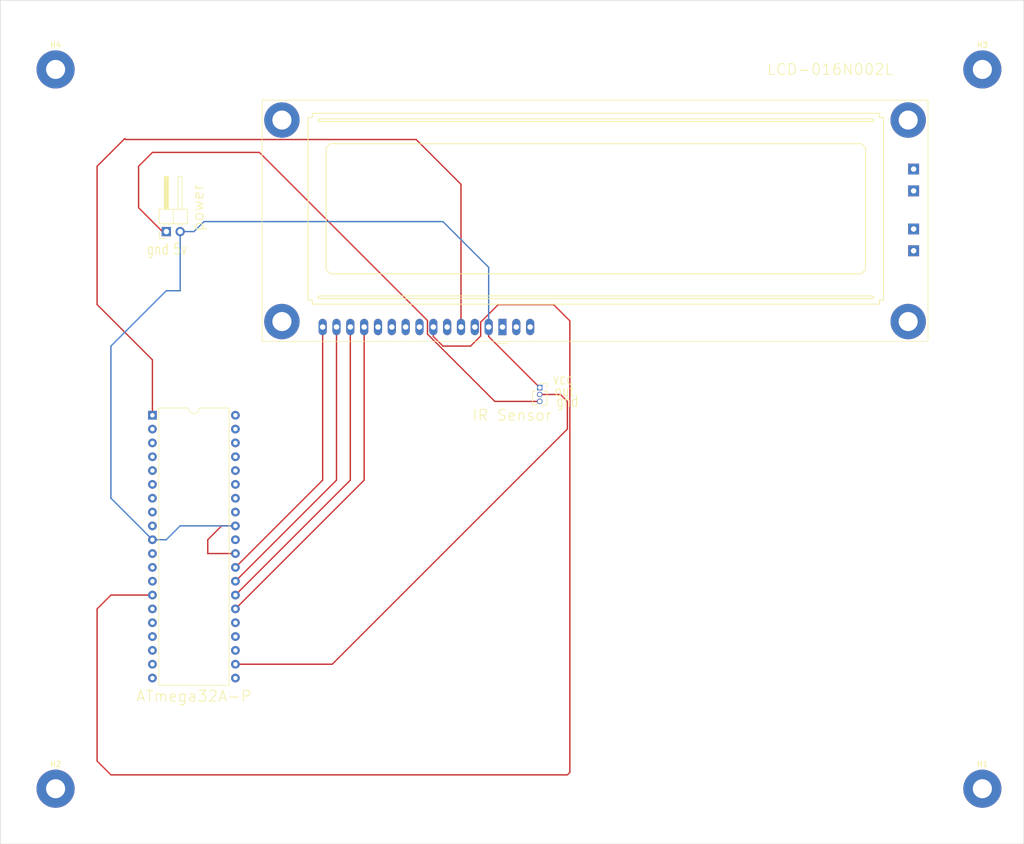
<source format=kicad_pcb>
(kicad_pcb (version 20211014) (generator pcbnew)
  (layers (0 "F.Cu" signal) (31 "B.Cu" signal) (34 "B.Paste" user) (35 "F.Paste" user) (36 "B.SilkS" user "B.Silkscreen") (37 "F.SilkS" user "F.Silkscreen") (38 "B.Mask" user) (39 "F.Mask" user) (44 "Edge.Cuts" user))
  (net 0 "")
  (net 1 "Net-(J1-Pad1)")
  (net 2 "Net-(J1-Pad2)")
  (net 3 "Net-(J2-Pad2)")
  (net 4 "Net-(U1-Pad1)")
  (net 13 "Net-(U1-Pad11)")
  (net 16 "Net-(U1-Pad14)")
  (net 27 "Net-(U1-Pad26)")
  (net 28 "Net-(U1-Pad27)")
  (net 29 "Net-(U1-Pad28)")
  (net 30 "Net-(U1-Pad29)")
  (net 39 "Net-(U2-Pad1)")
  (footprint "MountingHole:MountingHole_3.5mm_Pad" (layer "F.Cu") (at 50.8 172.72)
    (fp_text reference "H2" (at 0 -4.5) (layer "F.SilkS"))
    (fp_text value "MountingHole")
    (pad "1" thru_hole circle (at 0 0) (size 7 7) (drill 3.5) (layers *.Cu *.Mask))
  )
  (footprint "Connector_PinSocket_1.27mm:PinSocket_1x03_P1.27mm_Vertical" (layer "F.Cu") (at 139.7 99.06)
    (fp_text reference "J2")
    (fp_text value "IR Sensor" (at -5.08 5.08) (layer "F.SilkS") (effects (font (size 2 2))))
    (fp_line (start -1.33 0.635) (end -1.33 3.235) (layer "F.SilkS") (width 0.12))
    (fp_line (start 1.33 -0.76) (end 1.33 0) (layer "F.SilkS") (width 0.12))
    (fp_line (start 0 -0.76) (end 1.33 -0.76) (layer "F.SilkS") (width 0.12))
    (fp_line (start -1.33 0.635) (end -0.76 0.635) (layer "F.SilkS") (width 0.12))
    (fp_line (start 0.76 0.635) (end 1.33 0.635) (layer "F.SilkS") (width 0.12))
    (fp_line (start 1.33 0.635) (end 1.33 3.235) (layer "F.SilkS") (width 0.12))
    (fp_line (start 0.30753 3.235) (end 1.33 3.235) (layer "F.SilkS") (width 0.12))
    (fp_line (start -1.33 3.235) (end -0.30753 3.235) (layer "F.SilkS") (width 0.12))
    (pad "1" thru_hole rect (at 0 0) (size 1 1) (drill 0.7) (layers *.Cu *.Mask) (net 2 "Net-(J1-Pad2)"))
    (pad "2" thru_hole oval (at 0 1.27) (size 1 1) (drill 0.7) (layers *.Cu *.Mask) (net 3 "Net-(J2-Pad2)"))
    (pad "3" thru_hole oval (at 0 2.54) (size 1 1) (drill 0.7) (layers *.Cu *.Mask) (net 1 "Net-(J1-Pad1)"))
  )
  (footprint "Package_DIP:DIP-40_W15.24mm" (layer "F.Cu") (at 68.58 104.14)
    (fp_text reference "U1")
    (fp_text value "ATmega32A-P" (at 7.62 51.59) (layer "F.SilkS") (effects (font (size 2 2))))
    (fp_line (start 1.16 -1.33) (end 1.16 49.59) (layer "F.SilkS") (width 0.12))
    (fp_line (start 14.08 -1.33) (end 8.62 -1.33) (layer "F.SilkS") (width 0.12))
    (fp_line (start 14.08 49.59) (end 14.08 -1.33) (layer "F.SilkS") (width 0.12))
    (fp_line (start 6.62 -1.33) (end 1.16 -1.33) (layer "F.SilkS") (width 0.12))
    (fp_line (start 1.16 49.59) (end 14.08 49.59) (layer "F.SilkS") (width 0.12))
    (fp_arc (start 8.62 -1.33) (mid 7.62 -0.33) (end 6.62 -1.33) (layer "F.SilkS") (width 0.12))
    (pad "1" thru_hole rect (at 0 0) (size 1.6 1.6) (drill 0.8) (layers *.Cu *.Mask) (net 4 "Net-(U1-Pad1)"))
    (pad "2" thru_hole oval (at 0 2.54) (size 1.6 1.6) (drill 0.8) (layers *.Cu *.Mask))
    (pad "3" thru_hole oval (at 0 5.08) (size 1.6 1.6) (drill 0.8) (layers *.Cu *.Mask))
    (pad "4" thru_hole oval (at 0 7.62) (size 1.6 1.6) (drill 0.8) (layers *.Cu *.Mask))
    (pad "5" thru_hole oval (at 0 10.16) (size 1.6 1.6) (drill 0.8) (layers *.Cu *.Mask))
    (pad "6" thru_hole oval (at 0 12.7) (size 1.6 1.6) (drill 0.8) (layers *.Cu *.Mask))
    (pad "7" thru_hole oval (at 0 15.24) (size 1.6 1.6) (drill 0.8) (layers *.Cu *.Mask))
    (pad "8" thru_hole oval (at 0 17.78) (size 1.6 1.6) (drill 0.8) (layers *.Cu *.Mask))
    (pad "9" thru_hole oval (at 0 20.32) (size 1.6 1.6) (drill 0.8) (layers *.Cu *.Mask))
    (pad "10" thru_hole oval (at 0 22.86) (size 1.6 1.6) (drill 0.8) (layers *.Cu *.Mask) (net 2 "Net-(J1-Pad2)"))
    (pad "11" thru_hole oval (at 0 25.4) (size 1.6 1.6) (drill 0.8) (layers *.Cu *.Mask) (net 13 "Net-(U1-Pad11)"))
    (pad "12" thru_hole oval (at 0 27.94) (size 1.6 1.6) (drill 0.8) (layers *.Cu *.Mask))
    (pad "13" thru_hole oval (at 0 30.48) (size 1.6 1.6) (drill 0.8) (layers *.Cu *.Mask))
    (pad "14" thru_hole oval (at 0 33.02) (size 1.6 1.6) (drill 0.8) (layers *.Cu *.Mask) (net 16 "Net-(U1-Pad14)"))
    (pad "15" thru_hole oval (at 0 35.56) (size 1.6 1.6) (drill 0.8) (layers *.Cu *.Mask))
    (pad "16" thru_hole oval (at 0 38.1) (size 1.6 1.6) (drill 0.8) (layers *.Cu *.Mask))
    (pad "17" thru_hole oval (at 0 40.64) (size 1.6 1.6) (drill 0.8) (layers *.Cu *.Mask))
    (pad "18" thru_hole oval (at 0 43.18) (size 1.6 1.6) (drill 0.8) (layers *.Cu *.Mask))
    (pad "19" thru_hole oval (at 0 45.72) (size 1.6 1.6) (drill 0.8) (layers *.Cu *.Mask))
    (pad "20" thru_hole oval (at 0 48.26) (size 1.6 1.6) (drill 0.8) (layers *.Cu *.Mask))
    (pad "21" thru_hole oval (at 15.24 48.26) (size 1.6 1.6) (drill 0.8) (layers *.Cu *.Mask))
    (pad "22" thru_hole oval (at 15.24 45.72) (size 1.6 1.6) (drill 0.8) (layers *.Cu *.Mask) (net 3 "Net-(J2-Pad2)"))
    (pad "23" thru_hole oval (at 15.24 43.18) (size 1.6 1.6) (drill 0.8) (layers *.Cu *.Mask))
    (pad "24" thru_hole oval (at 15.24 40.64) (size 1.6 1.6) (drill 0.8) (layers *.Cu *.Mask))
    (pad "25" thru_hole oval (at 15.24 38.1) (size 1.6 1.6) (drill 0.8) (layers *.Cu *.Mask))
    (pad "26" thru_hole oval (at 15.24 35.56) (size 1.6 1.6) (drill 0.8) (layers *.Cu *.Mask) (net 27 "Net-(U1-Pad26)"))
    (pad "27" thru_hole oval (at 15.24 33.02) (size 1.6 1.6) (drill 0.8) (layers *.Cu *.Mask) (net 28 "Net-(U1-Pad27)"))
    (pad "28" thru_hole oval (at 15.24 30.48) (size 1.6 1.6) (drill 0.8) (layers *.Cu *.Mask) (net 29 "Net-(U1-Pad28)"))
    (pad "29" thru_hole oval (at 15.24 27.94) (size 1.6 1.6) (drill 0.8) (layers *.Cu *.Mask) (net 30 "Net-(U1-Pad29)"))
    (pad "30" thru_hole oval (at 15.24 25.4) (size 1.6 1.6) (drill 0.8) (layers *.Cu *.Mask) (net 2 "Net-(J1-Pad2)"))
    (pad "31" thru_hole oval (at 15.24 22.86) (size 1.6 1.6) (drill 0.8) (layers *.Cu *.Mask) (net 13 "Net-(U1-Pad11)"))
    (pad "32" thru_hole oval (at 15.24 20.32) (size 1.6 1.6) (drill 0.8) (layers *.Cu *.Mask) (net 2 "Net-(J1-Pad2)"))
    (pad "33" thru_hole oval (at 15.24 17.78) (size 1.6 1.6) (drill 0.8) (layers *.Cu *.Mask))
    (pad "34" thru_hole oval (at 15.24 15.24) (size 1.6 1.6) (drill 0.8) (layers *.Cu *.Mask))
    (pad "35" thru_hole oval (at 15.24 12.7) (size 1.6 1.6) (drill 0.8) (layers *.Cu *.Mask))
    (pad "36" thru_hole oval (at 15.24 10.16) (size 1.6 1.6) (drill 0.8) (layers *.Cu *.Mask))
    (pad "37" thru_hole oval (at 15.24 7.62) (size 1.6 1.6) (drill 0.8) (layers *.Cu *.Mask))
    (pad "38" thru_hole oval (at 15.24 5.08) (size 1.6 1.6) (drill 0.8) (layers *.Cu *.Mask))
    (pad "39" thru_hole oval (at 15.24 2.54) (size 1.6 1.6) (drill 0.8) (layers *.Cu *.Mask))
    (pad "40" thru_hole oval (at 15.24 0) (size 1.6 1.6) (drill 0.8) (layers *.Cu *.Mask))
  )
  (footprint "MountingHole:MountingHole_3.5mm_Pad" (layer "F.Cu") (at 50.8 40.64)
    (fp_text reference "H4" (at 0 -4.5) (layer "F.SilkS"))
    (fp_text value "MountingHole")
    (pad "1" thru_hole circle (at 0 0) (size 7 7) (drill 3.5) (layers *.Cu *.Mask))
  )
  (footprint "MountingHole:MountingHole_3.5mm_Pad" (layer "F.Cu") (at 220.98 172.72)
    (fp_text reference "H1" (at 0 -4.5) (layer "F.SilkS"))
    (fp_text value "MountingHole")
    (pad "1" thru_hole circle (at 0 0) (size 7 7) (drill 3.5) (layers *.Cu *.Mask))
  )
  (footprint "MountingHole:MountingHole_3.5mm_Pad" (layer "F.Cu") (at 220.98 40.64)
    (fp_text reference "H3" (at 0 -4.5) (layer "F.SilkS"))
    (fp_text value "MountingHole")
    (pad "1" thru_hole circle (at 0 0) (size 7 7) (drill 3.5) (layers *.Cu *.Mask))
  )
  (footprint "Connector_PinHeader_2.54mm:PinHeader_1x02_P2.54mm_Horizontal" (layer "F.Cu") (at 71.135 70.415 90)
    (fp_text reference "J1")
    (fp_text value "power" (at 4.385 5.81 90) (layer "F.SilkS") (effects (font (size 2 2))))
    (fp_line (start 4.1 -1.33) (end 1.44 -1.33) (layer "F.SilkS") (width 0.12))
    (fp_line (start 10.1 0.38) (end 4.1 0.38) (layer "F.SilkS") (width 0.12))
    (fp_line (start 10.1 2.92) (end 4.1 2.92) (layer "F.SilkS") (width 0.12))
    (fp_line (start 10.1 2.16) (end 10.1 2.92) (layer "F.SilkS") (width 0.12))
    (fp_line (start 4.1 -0.2) (end 10.1 -0.2) (layer "F.SilkS") (width 0.12))
    (fp_line (start 1.44 -1.33) (end 1.44 3.87) (layer "F.SilkS") (width 0.12))
    (fp_line (start 10.1 -0.38) (end 10.1 0.38) (layer "F.SilkS") (width 0.12))
    (fp_line (start 4.1 3.87) (end 4.1 -1.33) (layer "F.SilkS") (width 0.12))
    (fp_line (start 4.1 0.16) (end 10.1 0.16) (layer "F.SilkS") (width 0.12))
    (fp_line (start 1.11 -0.38) (end 1.44 -0.38) (layer "F.SilkS") (width 0.12))
    (fp_line (start 4.1 0.04) (end 10.1 0.04) (layer "F.SilkS") (width 0.12))
    (fp_line (start 1.44 1.27) (end 4.1 1.27) (layer "F.SilkS") (width 0.12))
    (fp_line (start 1.44 3.87) (end 4.1 3.87) (layer "F.SilkS") (width 0.12))
    (fp_line (start 4.1 -0.32) (end 10.1 -0.32) (layer "F.SilkS") (width 0.12))
    (fp_line (start 1.042929 2.92) (end 1.44 2.92) (layer "F.SilkS") (width 0.12))
    (fp_line (start 4.1 2.16) (end 10.1 2.16) (layer "F.SilkS") (width 0.12))
    (fp_line (start 4.1 0.28) (end 10.1 0.28) (layer "F.SilkS") (width 0.12))
    (fp_line (start -1.27 -1.27) (end 0 -1.27) (layer "F.SilkS") (width 0.12))
    (fp_line (start 1.042929 2.16) (end 1.44 2.16) (layer "F.SilkS") (width 0.12))
    (fp_line (start 1.11 0.38) (end 1.44 0.38) (layer "F.SilkS") (width 0.12))
    (fp_line (start 4.1 -0.38) (end 10.1 -0.38) (layer "F.SilkS") (width 0.12))
    (fp_line (start 4.1 -0.08) (end 10.1 -0.08) (layer "F.SilkS") (width 0.12))
    (fp_line (start -1.27 0) (end -1.27 -1.27) (layer "F.SilkS") (width 0.12))
    (pad "1" thru_hole rect (at 0 0 90) (size 1.7 1.7) (drill 1) (layers *.Cu *.Mask) (net 1 "Net-(J1-Pad1)"))
    (pad "2" thru_hole oval (at 0 2.54 90) (size 1.7 1.7) (drill 1) (layers *.Cu *.Mask) (net 2 "Net-(J1-Pad2)"))
  )
  (footprint "Display:LCD-016N002L" (layer "F.Cu") (at 132.86 87.9375 180)
    (fp_text reference "U2")
    (fp_text value "LCD-016N002L" (at -60.18 47.2975) (layer "F.SilkS") (effects (font (size 2 2))))
    (fp_line (start -66.675 32.893) (end -66.675 10.541) (layer "F.SilkS") (width 0.15))
    (fp_line (start -69.215 39.243) (end 34.925 39.243) (layer "F.SilkS") (width 0.15))
    (fp_line (start 31.623 9.779) (end 32.385 10.541) (layer "F.SilkS") (width 0.15))
    (fp_line (start 33.909 37.973) (end 33.655 37.719) (layer "F.SilkS") (width 0.15))
    (fp_line (start -67.945 5.207) (end -68.199 5.461) (layer "F.SilkS") (width 0.15))
    (fp_line (start 32.385 32.893) (end 31.623 33.655) (layer "F.SilkS") (width 0.15))
    (fp_line (start -65.913 9.779) (end 31.623 9.779) (layer "F.SilkS") (width 0.15))
    (fp_line (start -69.215 4.953) (end -69.977 4.953) (layer "F.SilkS") (width 0.15))
    (fp_line (start 31.623 33.655) (end -65.913 33.655) (layer "F.SilkS") (width 0.15))
    (fp_line (start 33.655 5.207) (end -67.945 5.207) (layer "F.SilkS") (width 0.15))
    (fp_line (start 35.687 38.481) (end 35.687 4.953) (layer "F.SilkS") (width 0.15))
    (fp_line (start 34.925 4.191) (end 34.925 4.953) (layer "F.SilkS") (width 0.15))
    (fp_line (start -1 -3) (end 1 -3) (layer "F.SilkS") (width 0.12))
    (fp_line (start -67.945 38.227) (end 33.655 38.227) (layer "F.SilkS") (width 0.15))
    (fp_line (start -69.977 4.953) (end -69.977 38.481) (layer "F.SilkS") (width 0.15))
    (fp_line (start 33.909 5.461) (end 33.655 5.715) (layer "F.SilkS") (width 0.15))
    (fp_line (start 32.385 10.541) (end 32.385 32.893) (layer "F.SilkS") (width 0.15))
    (fp_line (start -68.199 37.973) (end -67.945 38.227) (layer "F.SilkS") (width 0.15))
    (fp_line (start -68.199 5.461) (end -67.945 5.715) (layer "F.SilkS") (width 0.15))
    (fp_line (start 44.14 -2.64) (end -78.14 -2.64) (layer "F.SilkS") (width 0.12))
    (fp_line (start -69.215 38.481) (end -69.977 38.481) (layer "F.SilkS") (width 0.15))
    (fp_line (start 34.925 4.953) (end 35.687 4.953) (layer "F.SilkS") (width 0.15))
    (fp_line (start 35.687 38.481) (end 34.925 38.481) (layer "F.SilkS") (width 0.15))
    (fp_line (start -78.14 41.64) (end 44.14 41.64) (layer "F.SilkS") (width 0.12))
    (fp_line (start -67.945 37.719) (end -68.199 37.973) (layer "F.SilkS") (width 0.15))
    (fp_line (start 44.14 -2.64) (end 44.14 41.64) (layer "F.SilkS") (width 0.12))
    (fp_line (start -66.675 10.541) (end -65.913 9.779) (layer "F.SilkS") (width 0.15))
    (fp_line (start 33.655 38.227) (end 33.909 37.973) (layer "F.SilkS") (width 0.15))
    (fp_line (start -69.215 4.191) (end -69.215 4.953) (layer "F.SilkS") (width 0.15))
    (fp_line (start 34.925 38.481) (end 34.925 39.243) (layer "F.SilkS") (width 0.15))
    (fp_line (start 33.655 37.719) (end -67.945 37.719) (layer "F.SilkS") (width 0.15))
    (fp_line (start -78.14 -2.64) (end -78.14 41.64) (layer "F.SilkS") (width 0.12))
    (fp_line (start 34.925 4.191) (end -69.215 4.191) (layer "F.SilkS") (width 0.15))
    (fp_line (start -65.913 33.655) (end -66.675 32.893) (layer "F.SilkS") (width 0.15))
    (fp_line (start -67.945 5.715) (end 33.655 5.715) (layer "F.SilkS") (width 0.15))
    (fp_line (start -69.215 39.243) (end -69.215 38.481) (layer "F.SilkS") (width 0.15))
    (fp_line (start 33.655 5.207) (end 33.909 5.461) (layer "F.SilkS") (width 0.15))
    (pad "" thru_hole circle (at -74.5 1) (size 6.5 6.5) (drill 3.5) (layers *.Cu *.Mask))
    (pad "" thru_hole circle (at 40.5 38) (size 6.5 6.5) (drill 3.5) (layers *.Cu *.Mask))
    (pad "" thru_hole circle (at -74.5 38) (size 6.5 6.5) (drill 3.5) (layers *.Cu *.Mask))
    (pad "" thru_hole circle (at 40.5 1) (size 6.5 6.5) (drill 3.5) (layers *.Cu *.Mask))
    (pad "1" thru_hole rect (at 0 0) (size 1.5 3) (drill 1) (layers *.Cu *.Mask) (net 39 "Net-(U2-Pad1)"))
    (pad "2" thru_hole oval (at 2.54 0) (size 1.5 3) (drill 1) (layers *.Cu *.Mask) (net 2 "Net-(J1-Pad2)"))
    (pad "3" thru_hole oval (at 5.08 0) (size 1.5 3) (drill 1) (layers *.Cu *.Mask))
    (pad "4" thru_hole oval (at 7.62 0) (size 1.5 3) (drill 1) (layers *.Cu *.Mask) (net 4 "Net-(U1-Pad1)"))
    (pad "5" thru_hole oval (at 10.16 0) (size 1.5 3) (drill 1) (layers *.Cu *.Mask) (net 39 "Net-(U2-Pad1)"))
    (pad "6" thru_hole oval (at 12.7 0) (size 1.5 3) (drill 1) (layers *.Cu *.Mask) (net 16 "Net-(U1-Pad14)"))
    (pad "7" thru_hole oval (at 15.24 0) (size 1.5 3) (drill 1) (layers *.Cu *.Mask))
    (pad "8" thru_hole oval (at 17.78 0) (size 1.5 3) (drill 1) (layers *.Cu *.Mask))
    (pad "9" thru_hole oval (at 20.32 0) (size 1.5 3) (drill 1) (layers *.Cu *.Mask))
    (pad "10" thru_hole oval (at 22.86 0) (size 1.5 3) (drill 1) (layers *.Cu *.Mask))
    (pad "11" thru_hole oval (at 25.4 0) (size 1.5 3) (drill 1) (layers *.Cu *.Mask) (net 27 "Net-(U1-Pad26)"))
    (pad "12" thru_hole oval (at 27.94 0) (size 1.5 3) (drill 1) (layers *.Cu *.Mask) (net 28 "Net-(U1-Pad27)"))
    (pad "13" thru_hole oval (at 30.48 0) (size 1.5 3) (drill 1) (layers *.Cu *.Mask) (net 29 "Net-(U1-Pad28)"))
    (pad "14" thru_hole oval (at 33.02 0) (size 1.5 3) (drill 1) (layers *.Cu *.Mask) (net 30 "Net-(U1-Pad29)"))
    (pad "15" thru_hole oval (at -2.54 0) (size 1.5 3) (drill 1) (layers *.Cu *.Mask))
    (pad "16" thru_hole oval (at -5.08 0) (size 1.5 3) (drill 1) (layers *.Cu *.Mask))
    (pad "A1" thru_hole rect (at -75.5 14) (size 2 2) (drill 1) (layers *.Cu *.Mask))
    (pad "A2" thru_hole rect (at -75.5 25) (size 2 2) (drill 1) (layers *.Cu *.Mask))
    (pad "K1" thru_hole rect (at -75.5 18) (size 2 2) (drill 1) (layers *.Cu *.Mask))
    (pad "K2" thru_hole rect (at -75.5 29) (size 2 2) (drill 1) (layers *.Cu *.Mask))
  )
  (gr_poly (pts (xy 228.6 182.88) (xy 40.64 182.88) (xy 40.64 27.94) (xy 228.6 27.94)) (layer "Edge.Cuts") (width 0.1) (fill none))
  (gr_text "vcc" (at 144 97.52) (layer "F.SilkS") (effects (font (size 2 1.5))))
  (gr_text "out " (at 144.78 99.695) (layer "F.SilkS") (effects (font (size 2 1.5))))
  (gr_text "gnd\n" (at 144.78 101.6) (layer "F.SilkS") (effects (font (size 2 1.5))))
  (gr_text "gnd\n" (at 69.58 73.66) (layer "F.SilkS") (effects (font (size 2 1.5))))
  (gr_text "5v" (at 73.66 73.66) (layer "F.SilkS") (effects (font (size 2 1.5))))
  (segment (start 71.135 70.415) (end 70.415 70.415) (width 0.25) (layer "F.Cu") (net 1))
  (segment (start 131.444282 101.6) (end 139.7 101.6) (width 0.25) (layer "F.Cu") (net 1))
  (segment (start 66.04 58.42) (end 68.58 55.88) (width 0.25) (layer "F.Cu") (net 1))
  (segment (start 66.04 66.04) (end 66.04 58.42) (width 0.25) (layer "F.Cu") (net 1))
  (segment (start 68.58 55.88) (end 88.22306 55.88) (width 0.25) (layer "F.Cu") (net 1))
  (segment (start 119.08548 89.241198) (end 131.444282 101.6) (width 0.25) (layer "F.Cu") (net 1))
  (segment (start 119.08548 86.74242) (end 119.08548 89.241198) (width 0.25) (layer "F.Cu") (net 1))
  (segment (start 88.22306 55.88) (end 119.08548 86.74242) (width 0.25) (layer "F.Cu") (net 1))
  (segment (start 70.415 70.415) (end 66.04 66.04) (width 0.25) (layer "F.Cu") (net 1))
  (segment (start 81.28 124.46) (end 78.74 127) (width 0.25) (layer "F.Cu") (net 2))
  (segment (start 78.74 129.54) (end 83.82 129.54) (width 0.25) (layer "F.Cu") (net 2))
  (segment (start 130.32 89.68) (end 139.7 99.06) (width 0.25) (layer "F.Cu") (net 2))
  (segment (start 78.74 127) (end 78.74 129.54) (width 0.25) (layer "F.Cu") (net 2))
  (segment (start 130.32 87.9375) (end 130.32 89.68) (width 0.25) (layer "F.Cu") (net 2))
  (segment (start 83.82 124.46) (end 81.28 124.46) (width 0.25) (layer "F.Cu") (net 2))
  (segment (start 130.32 87.9375) (end 130.32 76.98) (width 0.25) (layer "B.Cu") (net 2))
  (segment (start 68.58 127) (end 71.12 127) (width 0.25) (layer "B.Cu") (net 2))
  (segment (start 60.96 91.44) (end 71.12 81.28) (width 0.25) (layer "B.Cu") (net 2))
  (segment (start 73.66 81.28) (end 73.675 81.265) (width 0.25) (layer "B.Cu") (net 2))
  (segment (start 68.58 127) (end 60.96 119.38) (width 0.25) (layer "B.Cu") (net 2))
  (segment (start 130.32 76.98) (end 121.92 68.58) (width 0.25) (layer "B.Cu") (net 2))
  (segment (start 73.675 81.265) (end 73.675 70.415) (width 0.25) (layer "B.Cu") (net 2))
  (segment (start 121.92 68.58) (end 78.05 68.58) (width 0.25) (layer "B.Cu") (net 2))
  (segment (start 71.12 81.28) (end 73.66 81.28) (width 0.25) (layer "B.Cu") (net 2))
  (segment (start 71.12 127) (end 73.66 124.46) (width 0.25) (layer "B.Cu") (net 2))
  (segment (start 78.05 68.58) (end 76.215 70.415) (width 0.25) (layer "B.Cu") (net 2))
  (segment (start 73.675 70.415) (end 76.215 70.415) (width 0.25) (layer "B.Cu") (net 2))
  (segment (start 73.66 124.46) (end 83.82 124.46) (width 0.25) (layer "B.Cu") (net 2))
  (segment (start 60.96 119.38) (end 60.96 91.44) (width 0.25) (layer "B.Cu") (net 2))
  (segment (start 143.51 100.33) (end 139.7 100.33) (width 0.25) (layer "F.Cu") (net 3))
  (segment (start 144.78 101.6) (end 143.51 100.33) (width 0.25) (layer "F.Cu") (net 3))
  (segment (start 83.82 149.86) (end 101.6 149.86) (width 0.25) (layer "F.Cu") (net 3))
  (segment (start 144.78 106.68) (end 144.78 101.6) (width 0.25) (layer "F.Cu") (net 3))
  (segment (start 101.6 149.86) (end 144.78 106.68) (width 0.25) (layer "F.Cu") (net 3))
  (segment (start 68.58 93.98) (end 58.42 83.82) (width 0.25) (layer "F.Cu") (net 4))
  (segment (start 58.42 58.42) (end 63.5 53.34) (width 0.25) (layer "F.Cu") (net 4))
  (segment (start 58.42 83.82) (end 58.42 58.42) (width 0.25) (layer "F.Cu") (net 4))
  (segment (start 63.5 53.34) (end 63.672011 53.512011) (width 0.25) (layer "F.Cu") (net 4))
  (segment (start 63.672011 53.512011) (end 117.012011 53.512011) (width 0.25) (layer "F.Cu") (net 4))
  (segment (start 117.012011 53.512011) (end 125.24 61.74) (width 0.25) (layer "F.Cu") (net 4))
  (segment (start 125.24 61.74) (end 125.24 87.9375) (width 0.25) (layer "F.Cu") (net 4))
  (segment (start 68.58 104.14) (end 68.58 93.98) (width 0.25) (layer "F.Cu") (net 4))
  (segment (start 142.24 83.82) (end 132.08 83.82) (width 0.25) (layer "F.Cu") (net 16))
  (segment (start 127 91.44) (end 121.92 91.44) (width 0.25) (layer "F.Cu") (net 16))
  (segment (start 58.42 139.7) (end 58.42 167.64) (width 0.25) (layer "F.Cu") (net 16))
  (segment (start 68.58 137.16) (end 60.96 137.16) (width 0.25) (layer "F.Cu") (net 16))
  (segment (start 132.08 83.82) (end 128.85452 87.04548) (width 0.25) (layer "F.Cu") (net 16))
  (segment (start 145.22952 169.73048) (end 145.22952 86.80952) (width 0.25) (layer "F.Cu") (net 16))
  (segment (start 120.16 89.68) (end 121.92 91.44) (width 0.25) (layer "F.Cu") (net 16))
  (segment (start 128.85452 89.58548) (end 127 91.44) (width 0.25) (layer "F.Cu") (net 16))
  (segment (start 128.85452 87.04548) (end 128.85452 89.58548) (width 0.25) (layer "F.Cu") (net 16))
  (segment (start 144.78 170.18) (end 145.22952 169.73048) (width 0.25) (layer "F.Cu") (net 16))
  (segment (start 60.96 170.18) (end 144.78 170.18) (width 0.25) (layer "F.Cu") (net 16))
  (segment (start 60.96 137.16) (end 58.42 139.7) (width 0.25) (layer "F.Cu") (net 16))
  (segment (start 145.22952 86.80952) (end 142.24 83.82) (width 0.25) (layer "F.Cu") (net 16))
  (segment (start 58.42 167.64) (end 60.96 170.18) (width 0.25) (layer "F.Cu") (net 16))
  (segment (start 120.16 87.9375) (end 120.16 89.68) (width 0.25) (layer "F.Cu") (net 16))
  (segment (start 107.46 87.9375) (end 107.46 116.06) (width 0.25) (layer "F.Cu") (net 27))
  (segment (start 107.46 116.06) (end 83.82 139.7) (width 0.25) (layer "F.Cu") (net 27))
  (segment (start 104.92 87.9375) (end 104.92 116.06) (width 0.25) (layer "F.Cu") (net 28))
  (segment (start 104.92 116.06) (end 83.82 137.16) (width 0.25) (layer "F.Cu") (net 28))
  (segment (start 102.38 116.06) (end 83.82 134.62) (width 0.25) (layer "F.Cu") (net 29))
  (segment (start 102.38 87.9375) (end 102.38 116.06) (width 0.25) (layer "F.Cu") (net 29))
  (segment (start 99.84 87.9375) (end 99.84 116.06) (width 0.25) (layer "F.Cu") (net 30))
  (segment (start 99.84 116.06) (end 83.82 132.08) (width 0.25) (layer "F.Cu") (net 30))
)
</source>
